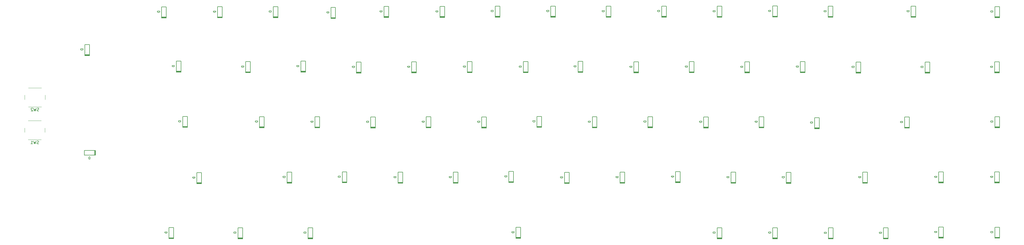
<source format=gbr>
G04 #@! TF.GenerationSoftware,KiCad,Pcbnew,(5.1.0)-1*
G04 #@! TF.CreationDate,2020-08-21T01:29:19+01:00*
G04 #@! TF.ProjectId,marcoboard,6d617263-6f62-46f6-9172-642e6b696361,rev?*
G04 #@! TF.SameCoordinates,Original*
G04 #@! TF.FileFunction,Legend,Bot*
G04 #@! TF.FilePolarity,Positive*
%FSLAX46Y46*%
G04 Gerber Fmt 4.6, Leading zero omitted, Abs format (unit mm)*
G04 Created by KiCad (PCBNEW (5.1.0)-1) date 2020-08-21 01:29:19*
%MOMM*%
%LPD*%
G04 APERTURE LIST*
%ADD10C,0.120000*%
%ADD11C,0.160000*%
%ADD12C,0.150000*%
G04 APERTURE END LIST*
D10*
X59350000Y-99800000D02*
X59350000Y-101300000D01*
X58100000Y-103800000D02*
X53600000Y-103800000D01*
X52350000Y-101300000D02*
X52350000Y-99800000D01*
X53600000Y-97300000D02*
X58100000Y-97300000D01*
X59300000Y-111100000D02*
X59300000Y-112600000D01*
X58050000Y-115100000D02*
X53550000Y-115100000D01*
X52300000Y-112600000D02*
X52300000Y-111100000D01*
X53550000Y-108600000D02*
X58050000Y-108600000D01*
D11*
X76500000Y-118850000D02*
X76500000Y-120450000D01*
X76450000Y-118850000D02*
X76450000Y-120450000D01*
X76400000Y-118850000D02*
X76400000Y-120450000D01*
X76350000Y-118850000D02*
X76350000Y-120450000D01*
X73350000Y-118850000D02*
X72850000Y-118850000D01*
X73350000Y-120450000D02*
X72850000Y-120450000D01*
X76650000Y-120450000D02*
X73250000Y-120450000D01*
X72850000Y-118850000D02*
X72850000Y-120450000D01*
X75750000Y-118850000D02*
X76650000Y-118850000D01*
X73350000Y-118850000D02*
X75750000Y-118850000D01*
X76650000Y-118850000D02*
X76650000Y-120450000D01*
X74600000Y-86050000D02*
X73000000Y-86050000D01*
X74600000Y-86000000D02*
X73000000Y-86000000D01*
X74600000Y-85950000D02*
X73000000Y-85950000D01*
X74600000Y-85900000D02*
X73000000Y-85900000D01*
X74600000Y-82900000D02*
X74600000Y-82400000D01*
X73000000Y-82900000D02*
X73000000Y-82400000D01*
X73000000Y-86200000D02*
X73000000Y-82800000D01*
X74600000Y-82400000D02*
X73000000Y-82400000D01*
X74600000Y-85300000D02*
X74600000Y-86200000D01*
X74600000Y-82900000D02*
X74600000Y-85300000D01*
X74600000Y-86200000D02*
X73000000Y-86200000D01*
X387000000Y-148850000D02*
X385400000Y-148850000D01*
X387000000Y-148800000D02*
X385400000Y-148800000D01*
X387000000Y-148750000D02*
X385400000Y-148750000D01*
X387000000Y-148700000D02*
X385400000Y-148700000D01*
X387000000Y-145700000D02*
X387000000Y-145200000D01*
X385400000Y-145700000D02*
X385400000Y-145200000D01*
X385400000Y-149000000D02*
X385400000Y-145600000D01*
X387000000Y-145200000D02*
X385400000Y-145200000D01*
X387000000Y-148100000D02*
X387000000Y-149000000D01*
X387000000Y-145700000D02*
X387000000Y-148100000D01*
X387000000Y-149000000D02*
X385400000Y-149000000D01*
X386950000Y-129850000D02*
X385350000Y-129850000D01*
X386950000Y-129800000D02*
X385350000Y-129800000D01*
X386950000Y-129750000D02*
X385350000Y-129750000D01*
X386950000Y-129700000D02*
X385350000Y-129700000D01*
X386950000Y-126700000D02*
X386950000Y-126200000D01*
X385350000Y-126700000D02*
X385350000Y-126200000D01*
X385350000Y-130000000D02*
X385350000Y-126600000D01*
X386950000Y-126200000D02*
X385350000Y-126200000D01*
X386950000Y-129100000D02*
X386950000Y-130000000D01*
X386950000Y-126700000D02*
X386950000Y-129100000D01*
X386950000Y-130000000D02*
X385350000Y-130000000D01*
X387000000Y-110850000D02*
X385400000Y-110850000D01*
X387000000Y-110800000D02*
X385400000Y-110800000D01*
X387000000Y-110750000D02*
X385400000Y-110750000D01*
X387000000Y-110700000D02*
X385400000Y-110700000D01*
X387000000Y-107700000D02*
X387000000Y-107200000D01*
X385400000Y-107700000D02*
X385400000Y-107200000D01*
X385400000Y-111000000D02*
X385400000Y-107600000D01*
X387000000Y-107200000D02*
X385400000Y-107200000D01*
X387000000Y-110100000D02*
X387000000Y-111000000D01*
X387000000Y-107700000D02*
X387000000Y-110100000D01*
X387000000Y-111000000D02*
X385400000Y-111000000D01*
X386900000Y-92000000D02*
X385300000Y-92000000D01*
X386900000Y-91950000D02*
X385300000Y-91950000D01*
X386900000Y-91900000D02*
X385300000Y-91900000D01*
X386900000Y-91850000D02*
X385300000Y-91850000D01*
X386900000Y-88850000D02*
X386900000Y-88350000D01*
X385300000Y-88850000D02*
X385300000Y-88350000D01*
X385300000Y-92150000D02*
X385300000Y-88750000D01*
X386900000Y-88350000D02*
X385300000Y-88350000D01*
X386900000Y-91250000D02*
X386900000Y-92150000D01*
X386900000Y-88850000D02*
X386900000Y-91250000D01*
X386900000Y-92150000D02*
X385300000Y-92150000D01*
X387000000Y-73000000D02*
X385400000Y-73000000D01*
X387000000Y-72950000D02*
X385400000Y-72950000D01*
X387000000Y-72900000D02*
X385400000Y-72900000D01*
X387000000Y-72850000D02*
X385400000Y-72850000D01*
X387000000Y-69850000D02*
X387000000Y-69350000D01*
X385400000Y-69850000D02*
X385400000Y-69350000D01*
X385400000Y-73150000D02*
X385400000Y-69750000D01*
X387000000Y-69350000D02*
X385400000Y-69350000D01*
X387000000Y-72250000D02*
X387000000Y-73150000D01*
X387000000Y-69850000D02*
X387000000Y-72250000D01*
X387000000Y-73150000D02*
X385400000Y-73150000D01*
X367750000Y-148800000D02*
X366150000Y-148800000D01*
X367750000Y-148750000D02*
X366150000Y-148750000D01*
X367750000Y-148700000D02*
X366150000Y-148700000D01*
X367750000Y-148650000D02*
X366150000Y-148650000D01*
X367750000Y-145650000D02*
X367750000Y-145150000D01*
X366150000Y-145650000D02*
X366150000Y-145150000D01*
X366150000Y-148950000D02*
X366150000Y-145550000D01*
X367750000Y-145150000D02*
X366150000Y-145150000D01*
X367750000Y-148050000D02*
X367750000Y-148950000D01*
X367750000Y-145650000D02*
X367750000Y-148050000D01*
X367750000Y-148950000D02*
X366150000Y-148950000D01*
X367750000Y-129850000D02*
X366150000Y-129850000D01*
X367750000Y-129800000D02*
X366150000Y-129800000D01*
X367750000Y-129750000D02*
X366150000Y-129750000D01*
X367750000Y-129700000D02*
X366150000Y-129700000D01*
X367750000Y-126700000D02*
X367750000Y-126200000D01*
X366150000Y-126700000D02*
X366150000Y-126200000D01*
X366150000Y-130000000D02*
X366150000Y-126600000D01*
X367750000Y-126200000D02*
X366150000Y-126200000D01*
X367750000Y-129100000D02*
X367750000Y-130000000D01*
X367750000Y-126700000D02*
X367750000Y-129100000D01*
X367750000Y-130000000D02*
X366150000Y-130000000D01*
X356000000Y-111000000D02*
X354400000Y-111000000D01*
X356000000Y-110950000D02*
X354400000Y-110950000D01*
X356000000Y-110900000D02*
X354400000Y-110900000D01*
X356000000Y-110850000D02*
X354400000Y-110850000D01*
X356000000Y-107850000D02*
X356000000Y-107350000D01*
X354400000Y-107850000D02*
X354400000Y-107350000D01*
X354400000Y-111150000D02*
X354400000Y-107750000D01*
X356000000Y-107350000D02*
X354400000Y-107350000D01*
X356000000Y-110250000D02*
X356000000Y-111150000D01*
X356000000Y-107850000D02*
X356000000Y-110250000D01*
X356000000Y-111150000D02*
X354400000Y-111150000D01*
X363050000Y-92050000D02*
X361450000Y-92050000D01*
X363050000Y-92000000D02*
X361450000Y-92000000D01*
X363050000Y-91950000D02*
X361450000Y-91950000D01*
X363050000Y-91900000D02*
X361450000Y-91900000D01*
X363050000Y-88900000D02*
X363050000Y-88400000D01*
X361450000Y-88900000D02*
X361450000Y-88400000D01*
X361450000Y-92200000D02*
X361450000Y-88800000D01*
X363050000Y-88400000D02*
X361450000Y-88400000D01*
X363050000Y-91300000D02*
X363050000Y-92200000D01*
X363050000Y-88900000D02*
X363050000Y-91300000D01*
X363050000Y-92200000D02*
X361450000Y-92200000D01*
X358250000Y-72900000D02*
X356650000Y-72900000D01*
X358250000Y-72850000D02*
X356650000Y-72850000D01*
X358250000Y-72800000D02*
X356650000Y-72800000D01*
X358250000Y-72750000D02*
X356650000Y-72750000D01*
X358250000Y-69750000D02*
X358250000Y-69250000D01*
X356650000Y-69750000D02*
X356650000Y-69250000D01*
X356650000Y-73050000D02*
X356650000Y-69650000D01*
X358250000Y-69250000D02*
X356650000Y-69250000D01*
X358250000Y-72150000D02*
X358250000Y-73050000D01*
X358250000Y-69750000D02*
X358250000Y-72150000D01*
X358250000Y-73050000D02*
X356650000Y-73050000D01*
X348750000Y-149100000D02*
X347150000Y-149100000D01*
X348750000Y-149050000D02*
X347150000Y-149050000D01*
X348750000Y-149000000D02*
X347150000Y-149000000D01*
X348750000Y-148950000D02*
X347150000Y-148950000D01*
X348750000Y-145950000D02*
X348750000Y-145450000D01*
X347150000Y-145950000D02*
X347150000Y-145450000D01*
X347150000Y-149250000D02*
X347150000Y-145850000D01*
X348750000Y-145450000D02*
X347150000Y-145450000D01*
X348750000Y-148350000D02*
X348750000Y-149250000D01*
X348750000Y-145950000D02*
X348750000Y-148350000D01*
X348750000Y-149250000D02*
X347150000Y-149250000D01*
X341650000Y-129950000D02*
X340050000Y-129950000D01*
X341650000Y-129900000D02*
X340050000Y-129900000D01*
X341650000Y-129850000D02*
X340050000Y-129850000D01*
X341650000Y-129800000D02*
X340050000Y-129800000D01*
X341650000Y-126800000D02*
X341650000Y-126300000D01*
X340050000Y-126800000D02*
X340050000Y-126300000D01*
X340050000Y-130100000D02*
X340050000Y-126700000D01*
X341650000Y-126300000D02*
X340050000Y-126300000D01*
X341650000Y-129200000D02*
X341650000Y-130100000D01*
X341650000Y-126800000D02*
X341650000Y-129200000D01*
X341650000Y-130100000D02*
X340050000Y-130100000D01*
X339350000Y-92050000D02*
X337750000Y-92050000D01*
X339350000Y-92000000D02*
X337750000Y-92000000D01*
X339350000Y-91950000D02*
X337750000Y-91950000D01*
X339350000Y-91900000D02*
X337750000Y-91900000D01*
X339350000Y-88900000D02*
X339350000Y-88400000D01*
X337750000Y-88900000D02*
X337750000Y-88400000D01*
X337750000Y-92200000D02*
X337750000Y-88800000D01*
X339350000Y-88400000D02*
X337750000Y-88400000D01*
X339350000Y-91300000D02*
X339350000Y-92200000D01*
X339350000Y-88900000D02*
X339350000Y-91300000D01*
X339350000Y-92200000D02*
X337750000Y-92200000D01*
X329750000Y-72900000D02*
X328150000Y-72900000D01*
X329750000Y-72850000D02*
X328150000Y-72850000D01*
X329750000Y-72800000D02*
X328150000Y-72800000D01*
X329750000Y-72750000D02*
X328150000Y-72750000D01*
X329750000Y-69750000D02*
X329750000Y-69250000D01*
X328150000Y-69750000D02*
X328150000Y-69250000D01*
X328150000Y-73050000D02*
X328150000Y-69650000D01*
X329750000Y-69250000D02*
X328150000Y-69250000D01*
X329750000Y-72150000D02*
X329750000Y-73050000D01*
X329750000Y-69750000D02*
X329750000Y-72150000D01*
X329750000Y-73050000D02*
X328150000Y-73050000D01*
X329850000Y-149100000D02*
X328250000Y-149100000D01*
X329850000Y-149050000D02*
X328250000Y-149050000D01*
X329850000Y-149000000D02*
X328250000Y-149000000D01*
X329850000Y-148950000D02*
X328250000Y-148950000D01*
X329850000Y-145950000D02*
X329850000Y-145450000D01*
X328250000Y-145950000D02*
X328250000Y-145450000D01*
X328250000Y-149250000D02*
X328250000Y-145850000D01*
X329850000Y-145450000D02*
X328250000Y-145450000D01*
X329850000Y-148350000D02*
X329850000Y-149250000D01*
X329850000Y-145950000D02*
X329850000Y-148350000D01*
X329850000Y-149250000D02*
X328250000Y-149250000D01*
X325100000Y-111200000D02*
X323500000Y-111200000D01*
X325100000Y-111150000D02*
X323500000Y-111150000D01*
X325100000Y-111100000D02*
X323500000Y-111100000D01*
X325100000Y-111050000D02*
X323500000Y-111050000D01*
X325100000Y-108050000D02*
X325100000Y-107550000D01*
X323500000Y-108050000D02*
X323500000Y-107550000D01*
X323500000Y-111350000D02*
X323500000Y-107950000D01*
X325100000Y-107550000D02*
X323500000Y-107550000D01*
X325100000Y-110450000D02*
X325100000Y-111350000D01*
X325100000Y-108050000D02*
X325100000Y-110450000D01*
X325100000Y-111350000D02*
X323500000Y-111350000D01*
X320250000Y-91950000D02*
X318650000Y-91950000D01*
X320250000Y-91900000D02*
X318650000Y-91900000D01*
X320250000Y-91850000D02*
X318650000Y-91850000D01*
X320250000Y-91800000D02*
X318650000Y-91800000D01*
X320250000Y-88800000D02*
X320250000Y-88300000D01*
X318650000Y-88800000D02*
X318650000Y-88300000D01*
X318650000Y-92100000D02*
X318650000Y-88700000D01*
X320250000Y-88300000D02*
X318650000Y-88300000D01*
X320250000Y-91200000D02*
X320250000Y-92100000D01*
X320250000Y-88800000D02*
X320250000Y-91200000D01*
X320250000Y-92100000D02*
X318650000Y-92100000D01*
X310700000Y-72800000D02*
X309100000Y-72800000D01*
X310700000Y-72750000D02*
X309100000Y-72750000D01*
X310700000Y-72700000D02*
X309100000Y-72700000D01*
X310700000Y-72650000D02*
X309100000Y-72650000D01*
X310700000Y-69650000D02*
X310700000Y-69150000D01*
X309100000Y-69650000D02*
X309100000Y-69150000D01*
X309100000Y-72950000D02*
X309100000Y-69550000D01*
X310700000Y-69150000D02*
X309100000Y-69150000D01*
X310700000Y-72050000D02*
X310700000Y-72950000D01*
X310700000Y-69650000D02*
X310700000Y-72050000D01*
X310700000Y-72950000D02*
X309100000Y-72950000D01*
X310750000Y-149050000D02*
X309150000Y-149050000D01*
X310750000Y-149000000D02*
X309150000Y-149000000D01*
X310750000Y-148950000D02*
X309150000Y-148950000D01*
X310750000Y-148900000D02*
X309150000Y-148900000D01*
X310750000Y-145900000D02*
X310750000Y-145400000D01*
X309150000Y-145900000D02*
X309150000Y-145400000D01*
X309150000Y-149200000D02*
X309150000Y-145800000D01*
X310750000Y-145400000D02*
X309150000Y-145400000D01*
X310750000Y-148300000D02*
X310750000Y-149200000D01*
X310750000Y-145900000D02*
X310750000Y-148300000D01*
X310750000Y-149200000D02*
X309150000Y-149200000D01*
X315400000Y-130000000D02*
X313800000Y-130000000D01*
X315400000Y-129950000D02*
X313800000Y-129950000D01*
X315400000Y-129900000D02*
X313800000Y-129900000D01*
X315400000Y-129850000D02*
X313800000Y-129850000D01*
X315400000Y-126850000D02*
X315400000Y-126350000D01*
X313800000Y-126850000D02*
X313800000Y-126350000D01*
X313800000Y-130150000D02*
X313800000Y-126750000D01*
X315400000Y-126350000D02*
X313800000Y-126350000D01*
X315400000Y-129250000D02*
X315400000Y-130150000D01*
X315400000Y-126850000D02*
X315400000Y-129250000D01*
X315400000Y-130150000D02*
X313800000Y-130150000D01*
X306100000Y-110900000D02*
X304500000Y-110900000D01*
X306100000Y-110850000D02*
X304500000Y-110850000D01*
X306100000Y-110800000D02*
X304500000Y-110800000D01*
X306100000Y-110750000D02*
X304500000Y-110750000D01*
X306100000Y-107750000D02*
X306100000Y-107250000D01*
X304500000Y-107750000D02*
X304500000Y-107250000D01*
X304500000Y-111050000D02*
X304500000Y-107650000D01*
X306100000Y-107250000D02*
X304500000Y-107250000D01*
X306100000Y-110150000D02*
X306100000Y-111050000D01*
X306100000Y-107750000D02*
X306100000Y-110150000D01*
X306100000Y-111050000D02*
X304500000Y-111050000D01*
X301150000Y-92000000D02*
X299550000Y-92000000D01*
X301150000Y-91950000D02*
X299550000Y-91950000D01*
X301150000Y-91900000D02*
X299550000Y-91900000D01*
X301150000Y-91850000D02*
X299550000Y-91850000D01*
X301150000Y-88850000D02*
X301150000Y-88350000D01*
X299550000Y-88850000D02*
X299550000Y-88350000D01*
X299550000Y-92150000D02*
X299550000Y-88750000D01*
X301150000Y-88350000D02*
X299550000Y-88350000D01*
X301150000Y-91250000D02*
X301150000Y-92150000D01*
X301150000Y-88850000D02*
X301150000Y-91250000D01*
X301150000Y-92150000D02*
X299550000Y-92150000D01*
X291650000Y-72900000D02*
X290050000Y-72900000D01*
X291650000Y-72850000D02*
X290050000Y-72850000D01*
X291650000Y-72800000D02*
X290050000Y-72800000D01*
X291650000Y-72750000D02*
X290050000Y-72750000D01*
X291650000Y-69750000D02*
X291650000Y-69250000D01*
X290050000Y-69750000D02*
X290050000Y-69250000D01*
X290050000Y-73050000D02*
X290050000Y-69650000D01*
X291650000Y-69250000D02*
X290050000Y-69250000D01*
X291650000Y-72150000D02*
X291650000Y-73050000D01*
X291650000Y-69750000D02*
X291650000Y-72150000D01*
X291650000Y-73050000D02*
X290050000Y-73050000D01*
X291650000Y-149050000D02*
X290050000Y-149050000D01*
X291650000Y-149000000D02*
X290050000Y-149000000D01*
X291650000Y-148950000D02*
X290050000Y-148950000D01*
X291650000Y-148900000D02*
X290050000Y-148900000D01*
X291650000Y-145900000D02*
X291650000Y-145400000D01*
X290050000Y-145900000D02*
X290050000Y-145400000D01*
X290050000Y-149200000D02*
X290050000Y-145800000D01*
X291650000Y-145400000D02*
X290050000Y-145400000D01*
X291650000Y-148300000D02*
X291650000Y-149200000D01*
X291650000Y-145900000D02*
X291650000Y-148300000D01*
X291650000Y-149200000D02*
X290050000Y-149200000D01*
X296400000Y-129950000D02*
X294800000Y-129950000D01*
X296400000Y-129900000D02*
X294800000Y-129900000D01*
X296400000Y-129850000D02*
X294800000Y-129850000D01*
X296400000Y-129800000D02*
X294800000Y-129800000D01*
X296400000Y-126800000D02*
X296400000Y-126300000D01*
X294800000Y-126800000D02*
X294800000Y-126300000D01*
X294800000Y-130100000D02*
X294800000Y-126700000D01*
X296400000Y-126300000D02*
X294800000Y-126300000D01*
X296400000Y-129200000D02*
X296400000Y-130100000D01*
X296400000Y-126800000D02*
X296400000Y-129200000D01*
X296400000Y-130100000D02*
X294800000Y-130100000D01*
X287050000Y-110950000D02*
X285450000Y-110950000D01*
X287050000Y-110900000D02*
X285450000Y-110900000D01*
X287050000Y-110850000D02*
X285450000Y-110850000D01*
X287050000Y-110800000D02*
X285450000Y-110800000D01*
X287050000Y-107800000D02*
X287050000Y-107300000D01*
X285450000Y-107800000D02*
X285450000Y-107300000D01*
X285450000Y-111100000D02*
X285450000Y-107700000D01*
X287050000Y-107300000D02*
X285450000Y-107300000D01*
X287050000Y-110200000D02*
X287050000Y-111100000D01*
X287050000Y-107800000D02*
X287050000Y-110200000D01*
X287050000Y-111100000D02*
X285450000Y-111100000D01*
X282150000Y-91950000D02*
X280550000Y-91950000D01*
X282150000Y-91900000D02*
X280550000Y-91900000D01*
X282150000Y-91850000D02*
X280550000Y-91850000D01*
X282150000Y-91800000D02*
X280550000Y-91800000D01*
X282150000Y-88800000D02*
X282150000Y-88300000D01*
X280550000Y-88800000D02*
X280550000Y-88300000D01*
X280550000Y-92100000D02*
X280550000Y-88700000D01*
X282150000Y-88300000D02*
X280550000Y-88300000D01*
X282150000Y-91200000D02*
X282150000Y-92100000D01*
X282150000Y-88800000D02*
X282150000Y-91200000D01*
X282150000Y-92100000D02*
X280550000Y-92100000D01*
X272600000Y-72850000D02*
X271000000Y-72850000D01*
X272600000Y-72800000D02*
X271000000Y-72800000D01*
X272600000Y-72750000D02*
X271000000Y-72750000D01*
X272600000Y-72700000D02*
X271000000Y-72700000D01*
X272600000Y-69700000D02*
X272600000Y-69200000D01*
X271000000Y-69700000D02*
X271000000Y-69200000D01*
X271000000Y-73000000D02*
X271000000Y-69600000D01*
X272600000Y-69200000D02*
X271000000Y-69200000D01*
X272600000Y-72100000D02*
X272600000Y-73000000D01*
X272600000Y-69700000D02*
X272600000Y-72100000D01*
X272600000Y-73000000D02*
X271000000Y-73000000D01*
X277400000Y-129750000D02*
X275800000Y-129750000D01*
X277400000Y-129700000D02*
X275800000Y-129700000D01*
X277400000Y-129650000D02*
X275800000Y-129650000D01*
X277400000Y-129600000D02*
X275800000Y-129600000D01*
X277400000Y-126600000D02*
X277400000Y-126100000D01*
X275800000Y-126600000D02*
X275800000Y-126100000D01*
X275800000Y-129900000D02*
X275800000Y-126500000D01*
X277400000Y-126100000D02*
X275800000Y-126100000D01*
X277400000Y-129000000D02*
X277400000Y-129900000D01*
X277400000Y-126600000D02*
X277400000Y-129000000D01*
X277400000Y-129900000D02*
X275800000Y-129900000D01*
X267900000Y-110850000D02*
X266300000Y-110850000D01*
X267900000Y-110800000D02*
X266300000Y-110800000D01*
X267900000Y-110750000D02*
X266300000Y-110750000D01*
X267900000Y-110700000D02*
X266300000Y-110700000D01*
X267900000Y-107700000D02*
X267900000Y-107200000D01*
X266300000Y-107700000D02*
X266300000Y-107200000D01*
X266300000Y-111000000D02*
X266300000Y-107600000D01*
X267900000Y-107200000D02*
X266300000Y-107200000D01*
X267900000Y-110100000D02*
X267900000Y-111000000D01*
X267900000Y-107700000D02*
X267900000Y-110100000D01*
X267900000Y-111000000D02*
X266300000Y-111000000D01*
X263100000Y-92000000D02*
X261500000Y-92000000D01*
X263100000Y-91950000D02*
X261500000Y-91950000D01*
X263100000Y-91900000D02*
X261500000Y-91900000D01*
X263100000Y-91850000D02*
X261500000Y-91850000D01*
X263100000Y-88850000D02*
X263100000Y-88350000D01*
X261500000Y-88850000D02*
X261500000Y-88350000D01*
X261500000Y-92150000D02*
X261500000Y-88750000D01*
X263100000Y-88350000D02*
X261500000Y-88350000D01*
X263100000Y-91250000D02*
X263100000Y-92150000D01*
X263100000Y-88850000D02*
X263100000Y-91250000D01*
X263100000Y-92150000D02*
X261500000Y-92150000D01*
X253600000Y-72900000D02*
X252000000Y-72900000D01*
X253600000Y-72850000D02*
X252000000Y-72850000D01*
X253600000Y-72800000D02*
X252000000Y-72800000D01*
X253600000Y-72750000D02*
X252000000Y-72750000D01*
X253600000Y-69750000D02*
X253600000Y-69250000D01*
X252000000Y-69750000D02*
X252000000Y-69250000D01*
X252000000Y-73050000D02*
X252000000Y-69650000D01*
X253600000Y-69250000D02*
X252000000Y-69250000D01*
X253600000Y-72150000D02*
X253600000Y-73050000D01*
X253600000Y-69750000D02*
X253600000Y-72150000D01*
X253600000Y-73050000D02*
X252000000Y-73050000D01*
X258350000Y-129950000D02*
X256750000Y-129950000D01*
X258350000Y-129900000D02*
X256750000Y-129900000D01*
X258350000Y-129850000D02*
X256750000Y-129850000D01*
X258350000Y-129800000D02*
X256750000Y-129800000D01*
X258350000Y-126800000D02*
X258350000Y-126300000D01*
X256750000Y-126800000D02*
X256750000Y-126300000D01*
X256750000Y-130100000D02*
X256750000Y-126700000D01*
X258350000Y-126300000D02*
X256750000Y-126300000D01*
X258350000Y-129200000D02*
X258350000Y-130100000D01*
X258350000Y-126800000D02*
X258350000Y-129200000D01*
X258350000Y-130100000D02*
X256750000Y-130100000D01*
X248800000Y-110900000D02*
X247200000Y-110900000D01*
X248800000Y-110850000D02*
X247200000Y-110850000D01*
X248800000Y-110800000D02*
X247200000Y-110800000D01*
X248800000Y-110750000D02*
X247200000Y-110750000D01*
X248800000Y-107750000D02*
X248800000Y-107250000D01*
X247200000Y-107750000D02*
X247200000Y-107250000D01*
X247200000Y-111050000D02*
X247200000Y-107650000D01*
X248800000Y-107250000D02*
X247200000Y-107250000D01*
X248800000Y-110150000D02*
X248800000Y-111050000D01*
X248800000Y-107750000D02*
X248800000Y-110150000D01*
X248800000Y-111050000D02*
X247200000Y-111050000D01*
X243900000Y-91850000D02*
X242300000Y-91850000D01*
X243900000Y-91800000D02*
X242300000Y-91800000D01*
X243900000Y-91750000D02*
X242300000Y-91750000D01*
X243900000Y-91700000D02*
X242300000Y-91700000D01*
X243900000Y-88700000D02*
X243900000Y-88200000D01*
X242300000Y-88700000D02*
X242300000Y-88200000D01*
X242300000Y-92000000D02*
X242300000Y-88600000D01*
X243900000Y-88200000D02*
X242300000Y-88200000D01*
X243900000Y-91100000D02*
X243900000Y-92000000D01*
X243900000Y-88700000D02*
X243900000Y-91100000D01*
X243900000Y-92000000D02*
X242300000Y-92000000D01*
X234550000Y-72850000D02*
X232950000Y-72850000D01*
X234550000Y-72800000D02*
X232950000Y-72800000D01*
X234550000Y-72750000D02*
X232950000Y-72750000D01*
X234550000Y-72700000D02*
X232950000Y-72700000D01*
X234550000Y-69700000D02*
X234550000Y-69200000D01*
X232950000Y-69700000D02*
X232950000Y-69200000D01*
X232950000Y-73000000D02*
X232950000Y-69600000D01*
X234550000Y-69200000D02*
X232950000Y-69200000D01*
X234550000Y-72100000D02*
X234550000Y-73000000D01*
X234550000Y-69700000D02*
X234550000Y-72100000D01*
X234550000Y-73000000D02*
X232950000Y-73000000D01*
X239300000Y-130050000D02*
X237700000Y-130050000D01*
X239300000Y-130000000D02*
X237700000Y-130000000D01*
X239300000Y-129950000D02*
X237700000Y-129950000D01*
X239300000Y-129900000D02*
X237700000Y-129900000D01*
X239300000Y-126900000D02*
X239300000Y-126400000D01*
X237700000Y-126900000D02*
X237700000Y-126400000D01*
X237700000Y-130200000D02*
X237700000Y-126800000D01*
X239300000Y-126400000D02*
X237700000Y-126400000D01*
X239300000Y-129300000D02*
X239300000Y-130200000D01*
X239300000Y-126900000D02*
X239300000Y-129300000D01*
X239300000Y-130200000D02*
X237700000Y-130200000D01*
X229800000Y-110750000D02*
X228200000Y-110750000D01*
X229800000Y-110700000D02*
X228200000Y-110700000D01*
X229800000Y-110650000D02*
X228200000Y-110650000D01*
X229800000Y-110600000D02*
X228200000Y-110600000D01*
X229800000Y-107600000D02*
X229800000Y-107100000D01*
X228200000Y-107600000D02*
X228200000Y-107100000D01*
X228200000Y-110900000D02*
X228200000Y-107500000D01*
X229800000Y-107100000D02*
X228200000Y-107100000D01*
X229800000Y-110000000D02*
X229800000Y-110900000D01*
X229800000Y-107600000D02*
X229800000Y-110000000D01*
X229800000Y-110900000D02*
X228200000Y-110900000D01*
X225100000Y-91950000D02*
X223500000Y-91950000D01*
X225100000Y-91900000D02*
X223500000Y-91900000D01*
X225100000Y-91850000D02*
X223500000Y-91850000D01*
X225100000Y-91800000D02*
X223500000Y-91800000D01*
X225100000Y-88800000D02*
X225100000Y-88300000D01*
X223500000Y-88800000D02*
X223500000Y-88300000D01*
X223500000Y-92100000D02*
X223500000Y-88700000D01*
X225100000Y-88300000D02*
X223500000Y-88300000D01*
X225100000Y-91200000D02*
X225100000Y-92100000D01*
X225100000Y-88800000D02*
X225100000Y-91200000D01*
X225100000Y-92100000D02*
X223500000Y-92100000D01*
X215450000Y-72850000D02*
X213850000Y-72850000D01*
X215450000Y-72800000D02*
X213850000Y-72800000D01*
X215450000Y-72750000D02*
X213850000Y-72750000D01*
X215450000Y-72700000D02*
X213850000Y-72700000D01*
X215450000Y-69700000D02*
X215450000Y-69200000D01*
X213850000Y-69700000D02*
X213850000Y-69200000D01*
X213850000Y-73000000D02*
X213850000Y-69600000D01*
X215450000Y-69200000D02*
X213850000Y-69200000D01*
X215450000Y-72100000D02*
X215450000Y-73000000D01*
X215450000Y-69700000D02*
X215450000Y-72100000D01*
X215450000Y-73000000D02*
X213850000Y-73000000D01*
X222600000Y-148900000D02*
X221000000Y-148900000D01*
X222600000Y-148850000D02*
X221000000Y-148850000D01*
X222600000Y-148800000D02*
X221000000Y-148800000D01*
X222600000Y-148750000D02*
X221000000Y-148750000D01*
X222600000Y-145750000D02*
X222600000Y-145250000D01*
X221000000Y-145750000D02*
X221000000Y-145250000D01*
X221000000Y-149050000D02*
X221000000Y-145650000D01*
X222600000Y-145250000D02*
X221000000Y-145250000D01*
X222600000Y-148150000D02*
X222600000Y-149050000D01*
X222600000Y-145750000D02*
X222600000Y-148150000D01*
X222600000Y-149050000D02*
X221000000Y-149050000D01*
X220150000Y-129700000D02*
X218550000Y-129700000D01*
X220150000Y-129650000D02*
X218550000Y-129650000D01*
X220150000Y-129600000D02*
X218550000Y-129600000D01*
X220150000Y-129550000D02*
X218550000Y-129550000D01*
X220150000Y-126550000D02*
X220150000Y-126050000D01*
X218550000Y-126550000D02*
X218550000Y-126050000D01*
X218550000Y-129850000D02*
X218550000Y-126450000D01*
X220150000Y-126050000D02*
X218550000Y-126050000D01*
X220150000Y-128950000D02*
X220150000Y-129850000D01*
X220150000Y-126550000D02*
X220150000Y-128950000D01*
X220150000Y-129850000D02*
X218550000Y-129850000D01*
X210850000Y-110950000D02*
X209250000Y-110950000D01*
X210850000Y-110900000D02*
X209250000Y-110900000D01*
X210850000Y-110850000D02*
X209250000Y-110850000D01*
X210850000Y-110800000D02*
X209250000Y-110800000D01*
X210850000Y-107800000D02*
X210850000Y-107300000D01*
X209250000Y-107800000D02*
X209250000Y-107300000D01*
X209250000Y-111100000D02*
X209250000Y-107700000D01*
X210850000Y-107300000D02*
X209250000Y-107300000D01*
X210850000Y-110200000D02*
X210850000Y-111100000D01*
X210850000Y-107800000D02*
X210850000Y-110200000D01*
X210850000Y-111100000D02*
X209250000Y-111100000D01*
X205950000Y-91950000D02*
X204350000Y-91950000D01*
X205950000Y-91900000D02*
X204350000Y-91900000D01*
X205950000Y-91850000D02*
X204350000Y-91850000D01*
X205950000Y-91800000D02*
X204350000Y-91800000D01*
X205950000Y-88800000D02*
X205950000Y-88300000D01*
X204350000Y-88800000D02*
X204350000Y-88300000D01*
X204350000Y-92100000D02*
X204350000Y-88700000D01*
X205950000Y-88300000D02*
X204350000Y-88300000D01*
X205950000Y-91200000D02*
X205950000Y-92100000D01*
X205950000Y-88800000D02*
X205950000Y-91200000D01*
X205950000Y-92100000D02*
X204350000Y-92100000D01*
X196500000Y-72950000D02*
X194900000Y-72950000D01*
X196500000Y-72900000D02*
X194900000Y-72900000D01*
X196500000Y-72850000D02*
X194900000Y-72850000D01*
X196500000Y-72800000D02*
X194900000Y-72800000D01*
X196500000Y-69800000D02*
X196500000Y-69300000D01*
X194900000Y-69800000D02*
X194900000Y-69300000D01*
X194900000Y-73100000D02*
X194900000Y-69700000D01*
X196500000Y-69300000D02*
X194900000Y-69300000D01*
X196500000Y-72200000D02*
X196500000Y-73100000D01*
X196500000Y-69800000D02*
X196500000Y-72200000D01*
X196500000Y-73100000D02*
X194900000Y-73100000D01*
X201100000Y-129950000D02*
X199500000Y-129950000D01*
X201100000Y-129900000D02*
X199500000Y-129900000D01*
X201100000Y-129850000D02*
X199500000Y-129850000D01*
X201100000Y-129800000D02*
X199500000Y-129800000D01*
X201100000Y-126800000D02*
X201100000Y-126300000D01*
X199500000Y-126800000D02*
X199500000Y-126300000D01*
X199500000Y-130100000D02*
X199500000Y-126700000D01*
X201100000Y-126300000D02*
X199500000Y-126300000D01*
X201100000Y-129200000D02*
X201100000Y-130100000D01*
X201100000Y-126800000D02*
X201100000Y-129200000D01*
X201100000Y-130100000D02*
X199500000Y-130100000D01*
X191800000Y-110900000D02*
X190200000Y-110900000D01*
X191800000Y-110850000D02*
X190200000Y-110850000D01*
X191800000Y-110800000D02*
X190200000Y-110800000D01*
X191800000Y-110750000D02*
X190200000Y-110750000D01*
X191800000Y-107750000D02*
X191800000Y-107250000D01*
X190200000Y-107750000D02*
X190200000Y-107250000D01*
X190200000Y-111050000D02*
X190200000Y-107650000D01*
X191800000Y-107250000D02*
X190200000Y-107250000D01*
X191800000Y-110150000D02*
X191800000Y-111050000D01*
X191800000Y-107750000D02*
X191800000Y-110150000D01*
X191800000Y-111050000D02*
X190200000Y-111050000D01*
X186800000Y-92000000D02*
X185200000Y-92000000D01*
X186800000Y-91950000D02*
X185200000Y-91950000D01*
X186800000Y-91900000D02*
X185200000Y-91900000D01*
X186800000Y-91850000D02*
X185200000Y-91850000D01*
X186800000Y-88850000D02*
X186800000Y-88350000D01*
X185200000Y-88850000D02*
X185200000Y-88350000D01*
X185200000Y-92150000D02*
X185200000Y-88750000D01*
X186800000Y-88350000D02*
X185200000Y-88350000D01*
X186800000Y-91250000D02*
X186800000Y-92150000D01*
X186800000Y-88850000D02*
X186800000Y-91250000D01*
X186800000Y-92150000D02*
X185200000Y-92150000D01*
X177300000Y-72950000D02*
X175700000Y-72950000D01*
X177300000Y-72900000D02*
X175700000Y-72900000D01*
X177300000Y-72850000D02*
X175700000Y-72850000D01*
X177300000Y-72800000D02*
X175700000Y-72800000D01*
X177300000Y-69800000D02*
X177300000Y-69300000D01*
X175700000Y-69800000D02*
X175700000Y-69300000D01*
X175700000Y-73100000D02*
X175700000Y-69700000D01*
X177300000Y-69300000D02*
X175700000Y-69300000D01*
X177300000Y-72200000D02*
X177300000Y-73100000D01*
X177300000Y-69800000D02*
X177300000Y-72200000D01*
X177300000Y-73100000D02*
X175700000Y-73100000D01*
X182100000Y-129950000D02*
X180500000Y-129950000D01*
X182100000Y-129900000D02*
X180500000Y-129900000D01*
X182100000Y-129850000D02*
X180500000Y-129850000D01*
X182100000Y-129800000D02*
X180500000Y-129800000D01*
X182100000Y-126800000D02*
X182100000Y-126300000D01*
X180500000Y-126800000D02*
X180500000Y-126300000D01*
X180500000Y-130100000D02*
X180500000Y-126700000D01*
X182100000Y-126300000D02*
X180500000Y-126300000D01*
X182100000Y-129200000D02*
X182100000Y-130100000D01*
X182100000Y-126800000D02*
X182100000Y-129200000D01*
X182100000Y-130100000D02*
X180500000Y-130100000D01*
X172700000Y-110950000D02*
X171100000Y-110950000D01*
X172700000Y-110900000D02*
X171100000Y-110900000D01*
X172700000Y-110850000D02*
X171100000Y-110850000D01*
X172700000Y-110800000D02*
X171100000Y-110800000D01*
X172700000Y-107800000D02*
X172700000Y-107300000D01*
X171100000Y-107800000D02*
X171100000Y-107300000D01*
X171100000Y-111100000D02*
X171100000Y-107700000D01*
X172700000Y-107300000D02*
X171100000Y-107300000D01*
X172700000Y-110200000D02*
X172700000Y-111100000D01*
X172700000Y-107800000D02*
X172700000Y-110200000D01*
X172700000Y-111100000D02*
X171100000Y-111100000D01*
X167850000Y-92050000D02*
X166250000Y-92050000D01*
X167850000Y-92000000D02*
X166250000Y-92000000D01*
X167850000Y-91950000D02*
X166250000Y-91950000D01*
X167850000Y-91900000D02*
X166250000Y-91900000D01*
X167850000Y-88900000D02*
X167850000Y-88400000D01*
X166250000Y-88900000D02*
X166250000Y-88400000D01*
X166250000Y-92200000D02*
X166250000Y-88800000D01*
X167850000Y-88400000D02*
X166250000Y-88400000D01*
X167850000Y-91300000D02*
X167850000Y-92200000D01*
X167850000Y-88900000D02*
X167850000Y-91300000D01*
X167850000Y-92200000D02*
X166250000Y-92200000D01*
X159050000Y-73300000D02*
X157450000Y-73300000D01*
X159050000Y-73250000D02*
X157450000Y-73250000D01*
X159050000Y-73200000D02*
X157450000Y-73200000D01*
X159050000Y-73150000D02*
X157450000Y-73150000D01*
X159050000Y-70150000D02*
X159050000Y-69650000D01*
X157450000Y-70150000D02*
X157450000Y-69650000D01*
X157450000Y-73450000D02*
X157450000Y-70050000D01*
X159050000Y-69650000D02*
X157450000Y-69650000D01*
X159050000Y-72550000D02*
X159050000Y-73450000D01*
X159050000Y-70150000D02*
X159050000Y-72550000D01*
X159050000Y-73450000D02*
X157450000Y-73450000D01*
X151200000Y-149050000D02*
X149600000Y-149050000D01*
X151200000Y-149000000D02*
X149600000Y-149000000D01*
X151200000Y-148950000D02*
X149600000Y-148950000D01*
X151200000Y-148900000D02*
X149600000Y-148900000D01*
X151200000Y-145900000D02*
X151200000Y-145400000D01*
X149600000Y-145900000D02*
X149600000Y-145400000D01*
X149600000Y-149200000D02*
X149600000Y-145800000D01*
X151200000Y-145400000D02*
X149600000Y-145400000D01*
X151200000Y-148300000D02*
X151200000Y-149200000D01*
X151200000Y-145900000D02*
X151200000Y-148300000D01*
X151200000Y-149200000D02*
X149600000Y-149200000D01*
X162950000Y-129800000D02*
X161350000Y-129800000D01*
X162950000Y-129750000D02*
X161350000Y-129750000D01*
X162950000Y-129700000D02*
X161350000Y-129700000D01*
X162950000Y-129650000D02*
X161350000Y-129650000D01*
X162950000Y-126650000D02*
X162950000Y-126150000D01*
X161350000Y-126650000D02*
X161350000Y-126150000D01*
X161350000Y-129950000D02*
X161350000Y-126550000D01*
X162950000Y-126150000D02*
X161350000Y-126150000D01*
X162950000Y-129050000D02*
X162950000Y-129950000D01*
X162950000Y-126650000D02*
X162950000Y-129050000D01*
X162950000Y-129950000D02*
X161350000Y-129950000D01*
X153600000Y-110900000D02*
X152000000Y-110900000D01*
X153600000Y-110850000D02*
X152000000Y-110850000D01*
X153600000Y-110800000D02*
X152000000Y-110800000D01*
X153600000Y-110750000D02*
X152000000Y-110750000D01*
X153600000Y-107750000D02*
X153600000Y-107250000D01*
X152000000Y-107750000D02*
X152000000Y-107250000D01*
X152000000Y-111050000D02*
X152000000Y-107650000D01*
X153600000Y-107250000D02*
X152000000Y-107250000D01*
X153600000Y-110150000D02*
X153600000Y-111050000D01*
X153600000Y-107750000D02*
X153600000Y-110150000D01*
X153600000Y-111050000D02*
X152000000Y-111050000D01*
X148750000Y-91750000D02*
X147150000Y-91750000D01*
X148750000Y-91700000D02*
X147150000Y-91700000D01*
X148750000Y-91650000D02*
X147150000Y-91650000D01*
X148750000Y-91600000D02*
X147150000Y-91600000D01*
X148750000Y-88600000D02*
X148750000Y-88100000D01*
X147150000Y-88600000D02*
X147150000Y-88100000D01*
X147150000Y-91900000D02*
X147150000Y-88500000D01*
X148750000Y-88100000D02*
X147150000Y-88100000D01*
X148750000Y-91000000D02*
X148750000Y-91900000D01*
X148750000Y-88600000D02*
X148750000Y-91000000D01*
X148750000Y-91900000D02*
X147150000Y-91900000D01*
X139250000Y-73000000D02*
X137650000Y-73000000D01*
X139250000Y-72950000D02*
X137650000Y-72950000D01*
X139250000Y-72900000D02*
X137650000Y-72900000D01*
X139250000Y-72850000D02*
X137650000Y-72850000D01*
X139250000Y-69850000D02*
X139250000Y-69350000D01*
X137650000Y-69850000D02*
X137650000Y-69350000D01*
X137650000Y-73150000D02*
X137650000Y-69750000D01*
X139250000Y-69350000D02*
X137650000Y-69350000D01*
X139250000Y-72250000D02*
X139250000Y-73150000D01*
X139250000Y-69850000D02*
X139250000Y-72250000D01*
X139250000Y-73150000D02*
X137650000Y-73150000D01*
X127150000Y-149050000D02*
X125550000Y-149050000D01*
X127150000Y-149000000D02*
X125550000Y-149000000D01*
X127150000Y-148950000D02*
X125550000Y-148950000D01*
X127150000Y-148900000D02*
X125550000Y-148900000D01*
X127150000Y-145900000D02*
X127150000Y-145400000D01*
X125550000Y-145900000D02*
X125550000Y-145400000D01*
X125550000Y-149200000D02*
X125550000Y-145800000D01*
X127150000Y-145400000D02*
X125550000Y-145400000D01*
X127150000Y-148300000D02*
X127150000Y-149200000D01*
X127150000Y-145900000D02*
X127150000Y-148300000D01*
X127150000Y-149200000D02*
X125550000Y-149200000D01*
X144050000Y-129900000D02*
X142450000Y-129900000D01*
X144050000Y-129850000D02*
X142450000Y-129850000D01*
X144050000Y-129800000D02*
X142450000Y-129800000D01*
X144050000Y-129750000D02*
X142450000Y-129750000D01*
X144050000Y-126750000D02*
X144050000Y-126250000D01*
X142450000Y-126750000D02*
X142450000Y-126250000D01*
X142450000Y-130050000D02*
X142450000Y-126650000D01*
X144050000Y-126250000D02*
X142450000Y-126250000D01*
X144050000Y-129150000D02*
X144050000Y-130050000D01*
X144050000Y-126750000D02*
X144050000Y-129150000D01*
X144050000Y-130050000D02*
X142450000Y-130050000D01*
X134550000Y-110850000D02*
X132950000Y-110850000D01*
X134550000Y-110800000D02*
X132950000Y-110800000D01*
X134550000Y-110750000D02*
X132950000Y-110750000D01*
X134550000Y-110700000D02*
X132950000Y-110700000D01*
X134550000Y-107700000D02*
X134550000Y-107200000D01*
X132950000Y-107700000D02*
X132950000Y-107200000D01*
X132950000Y-111000000D02*
X132950000Y-107600000D01*
X134550000Y-107200000D02*
X132950000Y-107200000D01*
X134550000Y-110100000D02*
X134550000Y-111000000D01*
X134550000Y-107700000D02*
X134550000Y-110100000D01*
X134550000Y-111000000D02*
X132950000Y-111000000D01*
X129800000Y-91950000D02*
X128200000Y-91950000D01*
X129800000Y-91900000D02*
X128200000Y-91900000D01*
X129800000Y-91850000D02*
X128200000Y-91850000D01*
X129800000Y-91800000D02*
X128200000Y-91800000D01*
X129800000Y-88800000D02*
X129800000Y-88300000D01*
X128200000Y-88800000D02*
X128200000Y-88300000D01*
X128200000Y-92100000D02*
X128200000Y-88700000D01*
X129800000Y-88300000D02*
X128200000Y-88300000D01*
X129800000Y-91200000D02*
X129800000Y-92100000D01*
X129800000Y-88800000D02*
X129800000Y-91200000D01*
X129800000Y-92100000D02*
X128200000Y-92100000D01*
X120150000Y-73050000D02*
X118550000Y-73050000D01*
X120150000Y-73000000D02*
X118550000Y-73000000D01*
X120150000Y-72950000D02*
X118550000Y-72950000D01*
X120150000Y-72900000D02*
X118550000Y-72900000D01*
X120150000Y-69900000D02*
X120150000Y-69400000D01*
X118550000Y-69900000D02*
X118550000Y-69400000D01*
X118550000Y-73200000D02*
X118550000Y-69800000D01*
X120150000Y-69400000D02*
X118550000Y-69400000D01*
X120150000Y-72300000D02*
X120150000Y-73200000D01*
X120150000Y-69900000D02*
X120150000Y-72300000D01*
X120150000Y-73200000D02*
X118550000Y-73200000D01*
X103500000Y-149000000D02*
X101900000Y-149000000D01*
X103500000Y-148950000D02*
X101900000Y-148950000D01*
X103500000Y-148900000D02*
X101900000Y-148900000D01*
X103500000Y-148850000D02*
X101900000Y-148850000D01*
X103500000Y-145850000D02*
X103500000Y-145350000D01*
X101900000Y-145850000D02*
X101900000Y-145350000D01*
X101900000Y-149150000D02*
X101900000Y-145750000D01*
X103500000Y-145350000D02*
X101900000Y-145350000D01*
X103500000Y-148250000D02*
X103500000Y-149150000D01*
X103500000Y-145850000D02*
X103500000Y-148250000D01*
X103500000Y-149150000D02*
X101900000Y-149150000D01*
X113050000Y-130100000D02*
X111450000Y-130100000D01*
X113050000Y-130050000D02*
X111450000Y-130050000D01*
X113050000Y-130000000D02*
X111450000Y-130000000D01*
X113050000Y-129950000D02*
X111450000Y-129950000D01*
X113050000Y-126950000D02*
X113050000Y-126450000D01*
X111450000Y-126950000D02*
X111450000Y-126450000D01*
X111450000Y-130250000D02*
X111450000Y-126850000D01*
X113050000Y-126450000D02*
X111450000Y-126450000D01*
X113050000Y-129350000D02*
X113050000Y-130250000D01*
X113050000Y-126950000D02*
X113050000Y-129350000D01*
X113050000Y-130250000D02*
X111450000Y-130250000D01*
X108200000Y-110750000D02*
X106600000Y-110750000D01*
X108200000Y-110700000D02*
X106600000Y-110700000D01*
X108200000Y-110650000D02*
X106600000Y-110650000D01*
X108200000Y-110600000D02*
X106600000Y-110600000D01*
X108200000Y-107600000D02*
X108200000Y-107100000D01*
X106600000Y-107600000D02*
X106600000Y-107100000D01*
X106600000Y-110900000D02*
X106600000Y-107500000D01*
X108200000Y-107100000D02*
X106600000Y-107100000D01*
X108200000Y-110000000D02*
X108200000Y-110900000D01*
X108200000Y-107600000D02*
X108200000Y-110000000D01*
X108200000Y-110900000D02*
X106600000Y-110900000D01*
X106000000Y-91750000D02*
X104400000Y-91750000D01*
X106000000Y-91700000D02*
X104400000Y-91700000D01*
X106000000Y-91650000D02*
X104400000Y-91650000D01*
X106000000Y-91600000D02*
X104400000Y-91600000D01*
X106000000Y-88600000D02*
X106000000Y-88100000D01*
X104400000Y-88600000D02*
X104400000Y-88100000D01*
X104400000Y-91900000D02*
X104400000Y-88500000D01*
X106000000Y-88100000D02*
X104400000Y-88100000D01*
X106000000Y-91000000D02*
X106000000Y-91900000D01*
X106000000Y-88600000D02*
X106000000Y-91000000D01*
X106000000Y-91900000D02*
X104400000Y-91900000D01*
X100950000Y-73100000D02*
X99350000Y-73100000D01*
X100950000Y-73050000D02*
X99350000Y-73050000D01*
X100950000Y-73000000D02*
X99350000Y-73000000D01*
X100950000Y-72950000D02*
X99350000Y-72950000D01*
X100950000Y-69950000D02*
X100950000Y-69450000D01*
X99350000Y-69950000D02*
X99350000Y-69450000D01*
X99350000Y-73250000D02*
X99350000Y-69850000D01*
X100950000Y-69450000D02*
X99350000Y-69450000D01*
X100950000Y-72350000D02*
X100950000Y-73250000D01*
X100950000Y-69950000D02*
X100950000Y-72350000D01*
X100950000Y-73250000D02*
X99350000Y-73250000D01*
D12*
X57183333Y-105204761D02*
X57040476Y-105252380D01*
X56802380Y-105252380D01*
X56707142Y-105204761D01*
X56659523Y-105157142D01*
X56611904Y-105061904D01*
X56611904Y-104966666D01*
X56659523Y-104871428D01*
X56707142Y-104823809D01*
X56802380Y-104776190D01*
X56992857Y-104728571D01*
X57088095Y-104680952D01*
X57135714Y-104633333D01*
X57183333Y-104538095D01*
X57183333Y-104442857D01*
X57135714Y-104347619D01*
X57088095Y-104300000D01*
X56992857Y-104252380D01*
X56754761Y-104252380D01*
X56611904Y-104300000D01*
X56278571Y-104252380D02*
X56040476Y-105252380D01*
X55850000Y-104538095D01*
X55659523Y-105252380D01*
X55421428Y-104252380D01*
X55088095Y-104347619D02*
X55040476Y-104300000D01*
X54945238Y-104252380D01*
X54707142Y-104252380D01*
X54611904Y-104300000D01*
X54564285Y-104347619D01*
X54516666Y-104442857D01*
X54516666Y-104538095D01*
X54564285Y-104680952D01*
X55135714Y-105252380D01*
X54516666Y-105252380D01*
X57133333Y-116504761D02*
X56990476Y-116552380D01*
X56752380Y-116552380D01*
X56657142Y-116504761D01*
X56609523Y-116457142D01*
X56561904Y-116361904D01*
X56561904Y-116266666D01*
X56609523Y-116171428D01*
X56657142Y-116123809D01*
X56752380Y-116076190D01*
X56942857Y-116028571D01*
X57038095Y-115980952D01*
X57085714Y-115933333D01*
X57133333Y-115838095D01*
X57133333Y-115742857D01*
X57085714Y-115647619D01*
X57038095Y-115600000D01*
X56942857Y-115552380D01*
X56704761Y-115552380D01*
X56561904Y-115600000D01*
X56228571Y-115552380D02*
X55990476Y-116552380D01*
X55800000Y-115838095D01*
X55609523Y-116552380D01*
X55371428Y-115552380D01*
X54466666Y-116552380D02*
X55038095Y-116552380D01*
X54752380Y-116552380D02*
X54752380Y-115552380D01*
X54847619Y-115695238D01*
X54942857Y-115790476D01*
X55038095Y-115838095D01*
X74759523Y-121811904D02*
X74759523Y-121011904D01*
X74569047Y-121011904D01*
X74454761Y-121050000D01*
X74378571Y-121126190D01*
X74340476Y-121202380D01*
X74302380Y-121354761D01*
X74302380Y-121469047D01*
X74340476Y-121621428D01*
X74378571Y-121697619D01*
X74454761Y-121773809D01*
X74569047Y-121811904D01*
X74759523Y-121811904D01*
X72361904Y-83890476D02*
X71561904Y-83890476D01*
X71561904Y-84080952D01*
X71600000Y-84195238D01*
X71676190Y-84271428D01*
X71752380Y-84309523D01*
X71904761Y-84347619D01*
X72019047Y-84347619D01*
X72171428Y-84309523D01*
X72247619Y-84271428D01*
X72323809Y-84195238D01*
X72361904Y-84080952D01*
X72361904Y-83890476D01*
X384761904Y-146690476D02*
X383961904Y-146690476D01*
X383961904Y-146880952D01*
X384000000Y-146995238D01*
X384076190Y-147071428D01*
X384152380Y-147109523D01*
X384304761Y-147147619D01*
X384419047Y-147147619D01*
X384571428Y-147109523D01*
X384647619Y-147071428D01*
X384723809Y-146995238D01*
X384761904Y-146880952D01*
X384761904Y-146690476D01*
X384711904Y-127690476D02*
X383911904Y-127690476D01*
X383911904Y-127880952D01*
X383950000Y-127995238D01*
X384026190Y-128071428D01*
X384102380Y-128109523D01*
X384254761Y-128147619D01*
X384369047Y-128147619D01*
X384521428Y-128109523D01*
X384597619Y-128071428D01*
X384673809Y-127995238D01*
X384711904Y-127880952D01*
X384711904Y-127690476D01*
X384761904Y-108690476D02*
X383961904Y-108690476D01*
X383961904Y-108880952D01*
X384000000Y-108995238D01*
X384076190Y-109071428D01*
X384152380Y-109109523D01*
X384304761Y-109147619D01*
X384419047Y-109147619D01*
X384571428Y-109109523D01*
X384647619Y-109071428D01*
X384723809Y-108995238D01*
X384761904Y-108880952D01*
X384761904Y-108690476D01*
X384661904Y-89840476D02*
X383861904Y-89840476D01*
X383861904Y-90030952D01*
X383900000Y-90145238D01*
X383976190Y-90221428D01*
X384052380Y-90259523D01*
X384204761Y-90297619D01*
X384319047Y-90297619D01*
X384471428Y-90259523D01*
X384547619Y-90221428D01*
X384623809Y-90145238D01*
X384661904Y-90030952D01*
X384661904Y-89840476D01*
X384761904Y-70840476D02*
X383961904Y-70840476D01*
X383961904Y-71030952D01*
X384000000Y-71145238D01*
X384076190Y-71221428D01*
X384152380Y-71259523D01*
X384304761Y-71297619D01*
X384419047Y-71297619D01*
X384571428Y-71259523D01*
X384647619Y-71221428D01*
X384723809Y-71145238D01*
X384761904Y-71030952D01*
X384761904Y-70840476D01*
X365511904Y-146640476D02*
X364711904Y-146640476D01*
X364711904Y-146830952D01*
X364750000Y-146945238D01*
X364826190Y-147021428D01*
X364902380Y-147059523D01*
X365054761Y-147097619D01*
X365169047Y-147097619D01*
X365321428Y-147059523D01*
X365397619Y-147021428D01*
X365473809Y-146945238D01*
X365511904Y-146830952D01*
X365511904Y-146640476D01*
X365511904Y-127690476D02*
X364711904Y-127690476D01*
X364711904Y-127880952D01*
X364750000Y-127995238D01*
X364826190Y-128071428D01*
X364902380Y-128109523D01*
X365054761Y-128147619D01*
X365169047Y-128147619D01*
X365321428Y-128109523D01*
X365397619Y-128071428D01*
X365473809Y-127995238D01*
X365511904Y-127880952D01*
X365511904Y-127690476D01*
X353761904Y-108840476D02*
X352961904Y-108840476D01*
X352961904Y-109030952D01*
X353000000Y-109145238D01*
X353076190Y-109221428D01*
X353152380Y-109259523D01*
X353304761Y-109297619D01*
X353419047Y-109297619D01*
X353571428Y-109259523D01*
X353647619Y-109221428D01*
X353723809Y-109145238D01*
X353761904Y-109030952D01*
X353761904Y-108840476D01*
X360811904Y-89890476D02*
X360011904Y-89890476D01*
X360011904Y-90080952D01*
X360050000Y-90195238D01*
X360126190Y-90271428D01*
X360202380Y-90309523D01*
X360354761Y-90347619D01*
X360469047Y-90347619D01*
X360621428Y-90309523D01*
X360697619Y-90271428D01*
X360773809Y-90195238D01*
X360811904Y-90080952D01*
X360811904Y-89890476D01*
X356011904Y-70740476D02*
X355211904Y-70740476D01*
X355211904Y-70930952D01*
X355250000Y-71045238D01*
X355326190Y-71121428D01*
X355402380Y-71159523D01*
X355554761Y-71197619D01*
X355669047Y-71197619D01*
X355821428Y-71159523D01*
X355897619Y-71121428D01*
X355973809Y-71045238D01*
X356011904Y-70930952D01*
X356011904Y-70740476D01*
X346511904Y-146940476D02*
X345711904Y-146940476D01*
X345711904Y-147130952D01*
X345750000Y-147245238D01*
X345826190Y-147321428D01*
X345902380Y-147359523D01*
X346054761Y-147397619D01*
X346169047Y-147397619D01*
X346321428Y-147359523D01*
X346397619Y-147321428D01*
X346473809Y-147245238D01*
X346511904Y-147130952D01*
X346511904Y-146940476D01*
X339411904Y-127790476D02*
X338611904Y-127790476D01*
X338611904Y-127980952D01*
X338650000Y-128095238D01*
X338726190Y-128171428D01*
X338802380Y-128209523D01*
X338954761Y-128247619D01*
X339069047Y-128247619D01*
X339221428Y-128209523D01*
X339297619Y-128171428D01*
X339373809Y-128095238D01*
X339411904Y-127980952D01*
X339411904Y-127790476D01*
X337111904Y-89890476D02*
X336311904Y-89890476D01*
X336311904Y-90080952D01*
X336350000Y-90195238D01*
X336426190Y-90271428D01*
X336502380Y-90309523D01*
X336654761Y-90347619D01*
X336769047Y-90347619D01*
X336921428Y-90309523D01*
X336997619Y-90271428D01*
X337073809Y-90195238D01*
X337111904Y-90080952D01*
X337111904Y-89890476D01*
X327511904Y-70740476D02*
X326711904Y-70740476D01*
X326711904Y-70930952D01*
X326750000Y-71045238D01*
X326826190Y-71121428D01*
X326902380Y-71159523D01*
X327054761Y-71197619D01*
X327169047Y-71197619D01*
X327321428Y-71159523D01*
X327397619Y-71121428D01*
X327473809Y-71045238D01*
X327511904Y-70930952D01*
X327511904Y-70740476D01*
X327611904Y-146940476D02*
X326811904Y-146940476D01*
X326811904Y-147130952D01*
X326850000Y-147245238D01*
X326926190Y-147321428D01*
X327002380Y-147359523D01*
X327154761Y-147397619D01*
X327269047Y-147397619D01*
X327421428Y-147359523D01*
X327497619Y-147321428D01*
X327573809Y-147245238D01*
X327611904Y-147130952D01*
X327611904Y-146940476D01*
X322861904Y-109040476D02*
X322061904Y-109040476D01*
X322061904Y-109230952D01*
X322100000Y-109345238D01*
X322176190Y-109421428D01*
X322252380Y-109459523D01*
X322404761Y-109497619D01*
X322519047Y-109497619D01*
X322671428Y-109459523D01*
X322747619Y-109421428D01*
X322823809Y-109345238D01*
X322861904Y-109230952D01*
X322861904Y-109040476D01*
X318011904Y-89790476D02*
X317211904Y-89790476D01*
X317211904Y-89980952D01*
X317250000Y-90095238D01*
X317326190Y-90171428D01*
X317402380Y-90209523D01*
X317554761Y-90247619D01*
X317669047Y-90247619D01*
X317821428Y-90209523D01*
X317897619Y-90171428D01*
X317973809Y-90095238D01*
X318011904Y-89980952D01*
X318011904Y-89790476D01*
X308461904Y-70640476D02*
X307661904Y-70640476D01*
X307661904Y-70830952D01*
X307700000Y-70945238D01*
X307776190Y-71021428D01*
X307852380Y-71059523D01*
X308004761Y-71097619D01*
X308119047Y-71097619D01*
X308271428Y-71059523D01*
X308347619Y-71021428D01*
X308423809Y-70945238D01*
X308461904Y-70830952D01*
X308461904Y-70640476D01*
X308511904Y-146890476D02*
X307711904Y-146890476D01*
X307711904Y-147080952D01*
X307750000Y-147195238D01*
X307826190Y-147271428D01*
X307902380Y-147309523D01*
X308054761Y-147347619D01*
X308169047Y-147347619D01*
X308321428Y-147309523D01*
X308397619Y-147271428D01*
X308473809Y-147195238D01*
X308511904Y-147080952D01*
X308511904Y-146890476D01*
X313161904Y-127840476D02*
X312361904Y-127840476D01*
X312361904Y-128030952D01*
X312400000Y-128145238D01*
X312476190Y-128221428D01*
X312552380Y-128259523D01*
X312704761Y-128297619D01*
X312819047Y-128297619D01*
X312971428Y-128259523D01*
X313047619Y-128221428D01*
X313123809Y-128145238D01*
X313161904Y-128030952D01*
X313161904Y-127840476D01*
X303861904Y-108740476D02*
X303061904Y-108740476D01*
X303061904Y-108930952D01*
X303100000Y-109045238D01*
X303176190Y-109121428D01*
X303252380Y-109159523D01*
X303404761Y-109197619D01*
X303519047Y-109197619D01*
X303671428Y-109159523D01*
X303747619Y-109121428D01*
X303823809Y-109045238D01*
X303861904Y-108930952D01*
X303861904Y-108740476D01*
X298911904Y-89840476D02*
X298111904Y-89840476D01*
X298111904Y-90030952D01*
X298150000Y-90145238D01*
X298226190Y-90221428D01*
X298302380Y-90259523D01*
X298454761Y-90297619D01*
X298569047Y-90297619D01*
X298721428Y-90259523D01*
X298797619Y-90221428D01*
X298873809Y-90145238D01*
X298911904Y-90030952D01*
X298911904Y-89840476D01*
X289411904Y-70740476D02*
X288611904Y-70740476D01*
X288611904Y-70930952D01*
X288650000Y-71045238D01*
X288726190Y-71121428D01*
X288802380Y-71159523D01*
X288954761Y-71197619D01*
X289069047Y-71197619D01*
X289221428Y-71159523D01*
X289297619Y-71121428D01*
X289373809Y-71045238D01*
X289411904Y-70930952D01*
X289411904Y-70740476D01*
X289411904Y-146890476D02*
X288611904Y-146890476D01*
X288611904Y-147080952D01*
X288650000Y-147195238D01*
X288726190Y-147271428D01*
X288802380Y-147309523D01*
X288954761Y-147347619D01*
X289069047Y-147347619D01*
X289221428Y-147309523D01*
X289297619Y-147271428D01*
X289373809Y-147195238D01*
X289411904Y-147080952D01*
X289411904Y-146890476D01*
X294161904Y-127790476D02*
X293361904Y-127790476D01*
X293361904Y-127980952D01*
X293400000Y-128095238D01*
X293476190Y-128171428D01*
X293552380Y-128209523D01*
X293704761Y-128247619D01*
X293819047Y-128247619D01*
X293971428Y-128209523D01*
X294047619Y-128171428D01*
X294123809Y-128095238D01*
X294161904Y-127980952D01*
X294161904Y-127790476D01*
X284811904Y-108790476D02*
X284011904Y-108790476D01*
X284011904Y-108980952D01*
X284050000Y-109095238D01*
X284126190Y-109171428D01*
X284202380Y-109209523D01*
X284354761Y-109247619D01*
X284469047Y-109247619D01*
X284621428Y-109209523D01*
X284697619Y-109171428D01*
X284773809Y-109095238D01*
X284811904Y-108980952D01*
X284811904Y-108790476D01*
X279911904Y-89790476D02*
X279111904Y-89790476D01*
X279111904Y-89980952D01*
X279150000Y-90095238D01*
X279226190Y-90171428D01*
X279302380Y-90209523D01*
X279454761Y-90247619D01*
X279569047Y-90247619D01*
X279721428Y-90209523D01*
X279797619Y-90171428D01*
X279873809Y-90095238D01*
X279911904Y-89980952D01*
X279911904Y-89790476D01*
X270361904Y-70690476D02*
X269561904Y-70690476D01*
X269561904Y-70880952D01*
X269600000Y-70995238D01*
X269676190Y-71071428D01*
X269752380Y-71109523D01*
X269904761Y-71147619D01*
X270019047Y-71147619D01*
X270171428Y-71109523D01*
X270247619Y-71071428D01*
X270323809Y-70995238D01*
X270361904Y-70880952D01*
X270361904Y-70690476D01*
X275161904Y-127590476D02*
X274361904Y-127590476D01*
X274361904Y-127780952D01*
X274400000Y-127895238D01*
X274476190Y-127971428D01*
X274552380Y-128009523D01*
X274704761Y-128047619D01*
X274819047Y-128047619D01*
X274971428Y-128009523D01*
X275047619Y-127971428D01*
X275123809Y-127895238D01*
X275161904Y-127780952D01*
X275161904Y-127590476D01*
X265661904Y-108690476D02*
X264861904Y-108690476D01*
X264861904Y-108880952D01*
X264900000Y-108995238D01*
X264976190Y-109071428D01*
X265052380Y-109109523D01*
X265204761Y-109147619D01*
X265319047Y-109147619D01*
X265471428Y-109109523D01*
X265547619Y-109071428D01*
X265623809Y-108995238D01*
X265661904Y-108880952D01*
X265661904Y-108690476D01*
X260861904Y-89840476D02*
X260061904Y-89840476D01*
X260061904Y-90030952D01*
X260100000Y-90145238D01*
X260176190Y-90221428D01*
X260252380Y-90259523D01*
X260404761Y-90297619D01*
X260519047Y-90297619D01*
X260671428Y-90259523D01*
X260747619Y-90221428D01*
X260823809Y-90145238D01*
X260861904Y-90030952D01*
X260861904Y-89840476D01*
X251361904Y-70740476D02*
X250561904Y-70740476D01*
X250561904Y-70930952D01*
X250600000Y-71045238D01*
X250676190Y-71121428D01*
X250752380Y-71159523D01*
X250904761Y-71197619D01*
X251019047Y-71197619D01*
X251171428Y-71159523D01*
X251247619Y-71121428D01*
X251323809Y-71045238D01*
X251361904Y-70930952D01*
X251361904Y-70740476D01*
X256111904Y-127790476D02*
X255311904Y-127790476D01*
X255311904Y-127980952D01*
X255350000Y-128095238D01*
X255426190Y-128171428D01*
X255502380Y-128209523D01*
X255654761Y-128247619D01*
X255769047Y-128247619D01*
X255921428Y-128209523D01*
X255997619Y-128171428D01*
X256073809Y-128095238D01*
X256111904Y-127980952D01*
X256111904Y-127790476D01*
X246561904Y-108740476D02*
X245761904Y-108740476D01*
X245761904Y-108930952D01*
X245800000Y-109045238D01*
X245876190Y-109121428D01*
X245952380Y-109159523D01*
X246104761Y-109197619D01*
X246219047Y-109197619D01*
X246371428Y-109159523D01*
X246447619Y-109121428D01*
X246523809Y-109045238D01*
X246561904Y-108930952D01*
X246561904Y-108740476D01*
X241661904Y-89690476D02*
X240861904Y-89690476D01*
X240861904Y-89880952D01*
X240900000Y-89995238D01*
X240976190Y-90071428D01*
X241052380Y-90109523D01*
X241204761Y-90147619D01*
X241319047Y-90147619D01*
X241471428Y-90109523D01*
X241547619Y-90071428D01*
X241623809Y-89995238D01*
X241661904Y-89880952D01*
X241661904Y-89690476D01*
X232311904Y-70690476D02*
X231511904Y-70690476D01*
X231511904Y-70880952D01*
X231550000Y-70995238D01*
X231626190Y-71071428D01*
X231702380Y-71109523D01*
X231854761Y-71147619D01*
X231969047Y-71147619D01*
X232121428Y-71109523D01*
X232197619Y-71071428D01*
X232273809Y-70995238D01*
X232311904Y-70880952D01*
X232311904Y-70690476D01*
X237061904Y-127890476D02*
X236261904Y-127890476D01*
X236261904Y-128080952D01*
X236300000Y-128195238D01*
X236376190Y-128271428D01*
X236452380Y-128309523D01*
X236604761Y-128347619D01*
X236719047Y-128347619D01*
X236871428Y-128309523D01*
X236947619Y-128271428D01*
X237023809Y-128195238D01*
X237061904Y-128080952D01*
X237061904Y-127890476D01*
X227561904Y-108590476D02*
X226761904Y-108590476D01*
X226761904Y-108780952D01*
X226800000Y-108895238D01*
X226876190Y-108971428D01*
X226952380Y-109009523D01*
X227104761Y-109047619D01*
X227219047Y-109047619D01*
X227371428Y-109009523D01*
X227447619Y-108971428D01*
X227523809Y-108895238D01*
X227561904Y-108780952D01*
X227561904Y-108590476D01*
X222861904Y-89790476D02*
X222061904Y-89790476D01*
X222061904Y-89980952D01*
X222100000Y-90095238D01*
X222176190Y-90171428D01*
X222252380Y-90209523D01*
X222404761Y-90247619D01*
X222519047Y-90247619D01*
X222671428Y-90209523D01*
X222747619Y-90171428D01*
X222823809Y-90095238D01*
X222861904Y-89980952D01*
X222861904Y-89790476D01*
X213211904Y-70690476D02*
X212411904Y-70690476D01*
X212411904Y-70880952D01*
X212450000Y-70995238D01*
X212526190Y-71071428D01*
X212602380Y-71109523D01*
X212754761Y-71147619D01*
X212869047Y-71147619D01*
X213021428Y-71109523D01*
X213097619Y-71071428D01*
X213173809Y-70995238D01*
X213211904Y-70880952D01*
X213211904Y-70690476D01*
X220361904Y-146740476D02*
X219561904Y-146740476D01*
X219561904Y-146930952D01*
X219600000Y-147045238D01*
X219676190Y-147121428D01*
X219752380Y-147159523D01*
X219904761Y-147197619D01*
X220019047Y-147197619D01*
X220171428Y-147159523D01*
X220247619Y-147121428D01*
X220323809Y-147045238D01*
X220361904Y-146930952D01*
X220361904Y-146740476D01*
X217911904Y-127540476D02*
X217111904Y-127540476D01*
X217111904Y-127730952D01*
X217150000Y-127845238D01*
X217226190Y-127921428D01*
X217302380Y-127959523D01*
X217454761Y-127997619D01*
X217569047Y-127997619D01*
X217721428Y-127959523D01*
X217797619Y-127921428D01*
X217873809Y-127845238D01*
X217911904Y-127730952D01*
X217911904Y-127540476D01*
X208611904Y-108790476D02*
X207811904Y-108790476D01*
X207811904Y-108980952D01*
X207850000Y-109095238D01*
X207926190Y-109171428D01*
X208002380Y-109209523D01*
X208154761Y-109247619D01*
X208269047Y-109247619D01*
X208421428Y-109209523D01*
X208497619Y-109171428D01*
X208573809Y-109095238D01*
X208611904Y-108980952D01*
X208611904Y-108790476D01*
X203711904Y-89790476D02*
X202911904Y-89790476D01*
X202911904Y-89980952D01*
X202950000Y-90095238D01*
X203026190Y-90171428D01*
X203102380Y-90209523D01*
X203254761Y-90247619D01*
X203369047Y-90247619D01*
X203521428Y-90209523D01*
X203597619Y-90171428D01*
X203673809Y-90095238D01*
X203711904Y-89980952D01*
X203711904Y-89790476D01*
X194261904Y-70790476D02*
X193461904Y-70790476D01*
X193461904Y-70980952D01*
X193500000Y-71095238D01*
X193576190Y-71171428D01*
X193652380Y-71209523D01*
X193804761Y-71247619D01*
X193919047Y-71247619D01*
X194071428Y-71209523D01*
X194147619Y-71171428D01*
X194223809Y-71095238D01*
X194261904Y-70980952D01*
X194261904Y-70790476D01*
X198861904Y-127790476D02*
X198061904Y-127790476D01*
X198061904Y-127980952D01*
X198100000Y-128095238D01*
X198176190Y-128171428D01*
X198252380Y-128209523D01*
X198404761Y-128247619D01*
X198519047Y-128247619D01*
X198671428Y-128209523D01*
X198747619Y-128171428D01*
X198823809Y-128095238D01*
X198861904Y-127980952D01*
X198861904Y-127790476D01*
X189561904Y-108740476D02*
X188761904Y-108740476D01*
X188761904Y-108930952D01*
X188800000Y-109045238D01*
X188876190Y-109121428D01*
X188952380Y-109159523D01*
X189104761Y-109197619D01*
X189219047Y-109197619D01*
X189371428Y-109159523D01*
X189447619Y-109121428D01*
X189523809Y-109045238D01*
X189561904Y-108930952D01*
X189561904Y-108740476D01*
X184561904Y-89840476D02*
X183761904Y-89840476D01*
X183761904Y-90030952D01*
X183800000Y-90145238D01*
X183876190Y-90221428D01*
X183952380Y-90259523D01*
X184104761Y-90297619D01*
X184219047Y-90297619D01*
X184371428Y-90259523D01*
X184447619Y-90221428D01*
X184523809Y-90145238D01*
X184561904Y-90030952D01*
X184561904Y-89840476D01*
X175061904Y-70790476D02*
X174261904Y-70790476D01*
X174261904Y-70980952D01*
X174300000Y-71095238D01*
X174376190Y-71171428D01*
X174452380Y-71209523D01*
X174604761Y-71247619D01*
X174719047Y-71247619D01*
X174871428Y-71209523D01*
X174947619Y-71171428D01*
X175023809Y-71095238D01*
X175061904Y-70980952D01*
X175061904Y-70790476D01*
X179861904Y-127790476D02*
X179061904Y-127790476D01*
X179061904Y-127980952D01*
X179100000Y-128095238D01*
X179176190Y-128171428D01*
X179252380Y-128209523D01*
X179404761Y-128247619D01*
X179519047Y-128247619D01*
X179671428Y-128209523D01*
X179747619Y-128171428D01*
X179823809Y-128095238D01*
X179861904Y-127980952D01*
X179861904Y-127790476D01*
X170461904Y-108790476D02*
X169661904Y-108790476D01*
X169661904Y-108980952D01*
X169700000Y-109095238D01*
X169776190Y-109171428D01*
X169852380Y-109209523D01*
X170004761Y-109247619D01*
X170119047Y-109247619D01*
X170271428Y-109209523D01*
X170347619Y-109171428D01*
X170423809Y-109095238D01*
X170461904Y-108980952D01*
X170461904Y-108790476D01*
X165611904Y-89890476D02*
X164811904Y-89890476D01*
X164811904Y-90080952D01*
X164850000Y-90195238D01*
X164926190Y-90271428D01*
X165002380Y-90309523D01*
X165154761Y-90347619D01*
X165269047Y-90347619D01*
X165421428Y-90309523D01*
X165497619Y-90271428D01*
X165573809Y-90195238D01*
X165611904Y-90080952D01*
X165611904Y-89890476D01*
X156811904Y-71140476D02*
X156011904Y-71140476D01*
X156011904Y-71330952D01*
X156050000Y-71445238D01*
X156126190Y-71521428D01*
X156202380Y-71559523D01*
X156354761Y-71597619D01*
X156469047Y-71597619D01*
X156621428Y-71559523D01*
X156697619Y-71521428D01*
X156773809Y-71445238D01*
X156811904Y-71330952D01*
X156811904Y-71140476D01*
X148961904Y-146890476D02*
X148161904Y-146890476D01*
X148161904Y-147080952D01*
X148200000Y-147195238D01*
X148276190Y-147271428D01*
X148352380Y-147309523D01*
X148504761Y-147347619D01*
X148619047Y-147347619D01*
X148771428Y-147309523D01*
X148847619Y-147271428D01*
X148923809Y-147195238D01*
X148961904Y-147080952D01*
X148961904Y-146890476D01*
X160711904Y-127640476D02*
X159911904Y-127640476D01*
X159911904Y-127830952D01*
X159950000Y-127945238D01*
X160026190Y-128021428D01*
X160102380Y-128059523D01*
X160254761Y-128097619D01*
X160369047Y-128097619D01*
X160521428Y-128059523D01*
X160597619Y-128021428D01*
X160673809Y-127945238D01*
X160711904Y-127830952D01*
X160711904Y-127640476D01*
X151361904Y-108740476D02*
X150561904Y-108740476D01*
X150561904Y-108930952D01*
X150600000Y-109045238D01*
X150676190Y-109121428D01*
X150752380Y-109159523D01*
X150904761Y-109197619D01*
X151019047Y-109197619D01*
X151171428Y-109159523D01*
X151247619Y-109121428D01*
X151323809Y-109045238D01*
X151361904Y-108930952D01*
X151361904Y-108740476D01*
X146511904Y-89590476D02*
X145711904Y-89590476D01*
X145711904Y-89780952D01*
X145750000Y-89895238D01*
X145826190Y-89971428D01*
X145902380Y-90009523D01*
X146054761Y-90047619D01*
X146169047Y-90047619D01*
X146321428Y-90009523D01*
X146397619Y-89971428D01*
X146473809Y-89895238D01*
X146511904Y-89780952D01*
X146511904Y-89590476D01*
X137011904Y-70840476D02*
X136211904Y-70840476D01*
X136211904Y-71030952D01*
X136250000Y-71145238D01*
X136326190Y-71221428D01*
X136402380Y-71259523D01*
X136554761Y-71297619D01*
X136669047Y-71297619D01*
X136821428Y-71259523D01*
X136897619Y-71221428D01*
X136973809Y-71145238D01*
X137011904Y-71030952D01*
X137011904Y-70840476D01*
X124911904Y-146890476D02*
X124111904Y-146890476D01*
X124111904Y-147080952D01*
X124150000Y-147195238D01*
X124226190Y-147271428D01*
X124302380Y-147309523D01*
X124454761Y-147347619D01*
X124569047Y-147347619D01*
X124721428Y-147309523D01*
X124797619Y-147271428D01*
X124873809Y-147195238D01*
X124911904Y-147080952D01*
X124911904Y-146890476D01*
X141811904Y-127740476D02*
X141011904Y-127740476D01*
X141011904Y-127930952D01*
X141050000Y-128045238D01*
X141126190Y-128121428D01*
X141202380Y-128159523D01*
X141354761Y-128197619D01*
X141469047Y-128197619D01*
X141621428Y-128159523D01*
X141697619Y-128121428D01*
X141773809Y-128045238D01*
X141811904Y-127930952D01*
X141811904Y-127740476D01*
X132311904Y-108690476D02*
X131511904Y-108690476D01*
X131511904Y-108880952D01*
X131550000Y-108995238D01*
X131626190Y-109071428D01*
X131702380Y-109109523D01*
X131854761Y-109147619D01*
X131969047Y-109147619D01*
X132121428Y-109109523D01*
X132197619Y-109071428D01*
X132273809Y-108995238D01*
X132311904Y-108880952D01*
X132311904Y-108690476D01*
X127561904Y-89790476D02*
X126761904Y-89790476D01*
X126761904Y-89980952D01*
X126800000Y-90095238D01*
X126876190Y-90171428D01*
X126952380Y-90209523D01*
X127104761Y-90247619D01*
X127219047Y-90247619D01*
X127371428Y-90209523D01*
X127447619Y-90171428D01*
X127523809Y-90095238D01*
X127561904Y-89980952D01*
X127561904Y-89790476D01*
X117911904Y-70890476D02*
X117111904Y-70890476D01*
X117111904Y-71080952D01*
X117150000Y-71195238D01*
X117226190Y-71271428D01*
X117302380Y-71309523D01*
X117454761Y-71347619D01*
X117569047Y-71347619D01*
X117721428Y-71309523D01*
X117797619Y-71271428D01*
X117873809Y-71195238D01*
X117911904Y-71080952D01*
X117911904Y-70890476D01*
X101261904Y-146840476D02*
X100461904Y-146840476D01*
X100461904Y-147030952D01*
X100500000Y-147145238D01*
X100576190Y-147221428D01*
X100652380Y-147259523D01*
X100804761Y-147297619D01*
X100919047Y-147297619D01*
X101071428Y-147259523D01*
X101147619Y-147221428D01*
X101223809Y-147145238D01*
X101261904Y-147030952D01*
X101261904Y-146840476D01*
X110811904Y-127940476D02*
X110011904Y-127940476D01*
X110011904Y-128130952D01*
X110050000Y-128245238D01*
X110126190Y-128321428D01*
X110202380Y-128359523D01*
X110354761Y-128397619D01*
X110469047Y-128397619D01*
X110621428Y-128359523D01*
X110697619Y-128321428D01*
X110773809Y-128245238D01*
X110811904Y-128130952D01*
X110811904Y-127940476D01*
X105961904Y-108590476D02*
X105161904Y-108590476D01*
X105161904Y-108780952D01*
X105200000Y-108895238D01*
X105276190Y-108971428D01*
X105352380Y-109009523D01*
X105504761Y-109047619D01*
X105619047Y-109047619D01*
X105771428Y-109009523D01*
X105847619Y-108971428D01*
X105923809Y-108895238D01*
X105961904Y-108780952D01*
X105961904Y-108590476D01*
X103761904Y-89590476D02*
X102961904Y-89590476D01*
X102961904Y-89780952D01*
X103000000Y-89895238D01*
X103076190Y-89971428D01*
X103152380Y-90009523D01*
X103304761Y-90047619D01*
X103419047Y-90047619D01*
X103571428Y-90009523D01*
X103647619Y-89971428D01*
X103723809Y-89895238D01*
X103761904Y-89780952D01*
X103761904Y-89590476D01*
X98711904Y-70940476D02*
X97911904Y-70940476D01*
X97911904Y-71130952D01*
X97950000Y-71245238D01*
X98026190Y-71321428D01*
X98102380Y-71359523D01*
X98254761Y-71397619D01*
X98369047Y-71397619D01*
X98521428Y-71359523D01*
X98597619Y-71321428D01*
X98673809Y-71245238D01*
X98711904Y-71130952D01*
X98711904Y-70940476D01*
M02*

</source>
